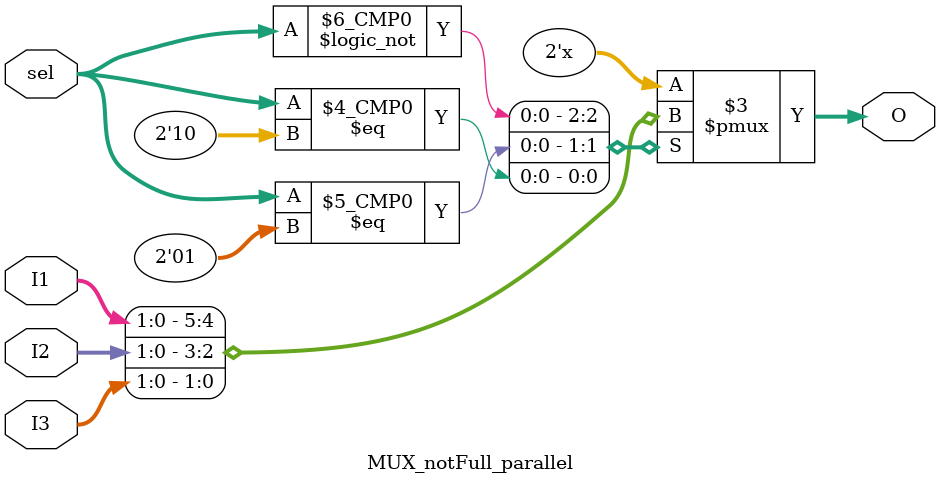
<source format=v>
`timescale 1ns / 1ps

module MUX_notFull_parallel(
    input [1:0] sel,
    input [1:0] I1,
    input [1:0] I2,
    input [1:0] I3,
    output reg [1:0] O
    );
	 
	 always @ (sel or I1 or I2 or I3) begin
		case(sel)
			2'b00: O = I1;
			2'b01: O = I2;
			2'b10: O = I3;
		endcase
	 end
	 
endmodule

</source>
